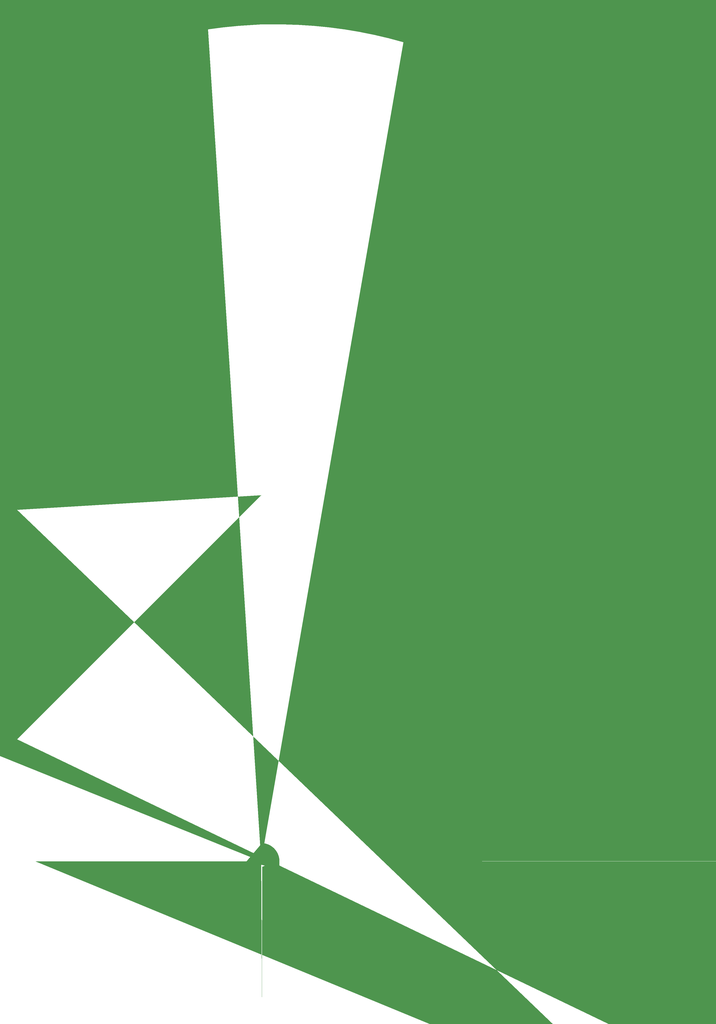
<source format=gbr>
%TF.GenerationSoftware,KiCad,Pcbnew,9.0.5*%
%TF.CreationDate,2025-10-30T22:10:56+01:00*%
%TF.ProjectId,bms_18650,626d735f-3138-4363-9530-2e6b69636164,rev?*%
%TF.SameCoordinates,Original*%
%TF.FileFunction,Paste,Bot*%
%TF.FilePolarity,Positive*%
%FSLAX46Y46*%
G04 Gerber Fmt 4.6, Leading zero omitted, Abs format (unit mm)*
G04 Created by KiCad (PCBNEW 9.0.5) date 2025-10-30 22:10:56*
%MOMM*%
%LPD*%
G01*
G04 APERTURE LIST*
G04 Aperture macros list*
%AMFreePoly0*
4,1,107,0.168180,2.244211,0.302092,2.230136,0.434923,2.208078,0.566197,2.178115,0.695444,2.140356,0.822201,2.094935,0.946015,2.042014,1.066443,1.981783,1.183053,1.914458,1.295428,1.840280,1.403166,1.759514,1.505881,1.672450,1.603205,1.579399,1.694790,1.480693,1.780308,1.376688,1.859453,1.267754,1.931942,1.154282,1.997515,1.036677,2.055937,0.915362,2.107000,0.790770,
2.150520,0.663348,2.186342,0.533550,2.214337,0.401843,2.234405,0.268697,2.246475,0.134589,2.250504,0.000000,2.246475,-0.134589,2.234405,-0.268697,2.214337,-0.401843,2.186342,-0.533550,2.150520,-0.663348,2.107000,-0.790770,2.055937,-0.915362,1.997515,-1.036677,1.931942,-1.154282,1.859453,-1.267754,1.780308,-1.376688,1.694790,-1.480693,1.603205,-1.579399,1.505881,-1.672450,
1.403166,-1.759514,1.295428,-1.840280,1.183053,-1.914458,1.066443,-1.981783,0.946015,-2.042014,0.822201,-2.094935,0.695444,-2.140356,0.566197,-2.178115,0.434923,-2.208078,0.302092,-2.230136,0.168180,-2.244211,0.033666,-2.250252,-0.100968,-2.248237,-0.235242,-2.238175,-0.368673,-2.220101,-0.500784,-2.194079,-0.631103,-2.160203,-0.759162,-2.118594,-0.884504,-2.069400,-1.006680,-2.012799,
-1.125252,-1.948993,-1.239796,-1.878210,-1.349901,-1.800703,-1.455175,-1.716751,-1.555239,-1.626652,-1.649736,-1.530731,-1.738327,-1.429330,-1.820696,-1.322813,-1.896546,-1.211560,-1.965608,-1.095970,-2.027634,-0.976457,-2.082401,-0.853448,-2.129713,-0.727384,-2.169402,-0.598717,-2.201325,-0.467906,-2.225367,-0.335420,-2.241444,-0.201734,-2.249496,-0.067325,-2.250000,0.000000,-2.249496,0.067325,
-2.241444,0.201734,-2.225367,0.335420,-2.201325,0.467906,-2.169402,0.598717,-2.129713,0.727384,-2.082401,0.853448,-2.027634,0.976457,-1.965608,1.095970,-1.896546,1.211560,-1.820696,1.322813,-1.738327,1.429330,-1.649736,1.530731,-1.555239,1.626652,-1.455175,1.716751,-1.349901,1.800703,-1.239796,1.878210,-1.125252,1.948993,-1.006680,2.012799,-0.884504,2.069400,-0.759162,2.118594,
-0.631103,2.160203,-0.500784,2.194079,-0.368673,2.220101,-0.235242,2.238175,-0.100968,2.248237,0.033666,2.250252,0.168180,2.244211,0.168180,2.244211,$1*%
%AMFreePoly1*
4,1,343,6.368032,7.491467,6.612949,7.475415,6.857210,7.451357,7.100552,7.419320,7.342716,7.379339,7.583443,7.331455,7.822473,7.275721,8.059552,7.212196,8.294426,7.140948,8.526843,7.062053,8.756554,6.975596,8.983313,6.881669,9.206878,6.780374,9.427008,6.671817,9.643469,6.556116,9.856029,6.433395,10.064459,6.303785,10.268537,6.167424,10.468044,6.024460,10.662766,5.875044,
10.852496,5.719337,11.037029,5.557505,11.216169,5.389723,11.389723,5.216169,11.557505,5.037029,11.719337,4.852496,11.875044,4.662766,12.024460,4.468044,12.167424,4.268537,12.303785,4.064459,12.433395,3.856029,12.556116,3.643469,12.671817,3.427008,12.780374,3.206878,12.881669,2.983313,12.975596,2.756554,13.062053,2.526843,13.140948,2.294426,13.212196,2.059552,13.275721,1.822473,
13.331455,1.583443,13.379339,1.342716,13.419320,1.100552,13.451357,0.857210,13.475415,0.612949,13.491467,0.368032,13.499498,0.122721,13.500000,0.000000,13.500412,0.000000,13.499910,-0.122721,13.491879,-0.368032,13.475827,-0.612949,13.451769,-0.857210,13.419732,-1.100552,13.379751,-1.342716,13.331867,-1.583443,13.276133,-1.822473,13.212608,-2.059552,13.141360,-2.294426,13.062465,-2.526843,
12.976008,-2.756554,12.882081,-2.983313,12.780786,-3.206878,12.672229,-3.427008,12.556528,-3.643469,12.433807,-3.856029,12.304197,-4.064459,12.167836,-4.268537,12.024872,-4.468044,11.875456,-4.662766,11.719749,-4.852496,11.557917,-5.037029,11.390135,-5.216169,11.216581,-5.389723,11.037441,-5.557505,10.852908,-5.719337,10.663178,-5.875044,10.468456,-6.024460,10.268949,-6.167424,10.064871,-6.303785,
9.856441,-6.433395,9.643881,-6.556116,9.427420,-6.671817,9.207290,-6.780374,8.983725,-6.881669,8.756966,-6.975596,8.527255,-7.062053,8.294838,-7.140948,8.059964,-7.212196,7.822885,-7.275721,7.583855,-7.331455,7.343128,-7.379339,7.100964,-7.419320,6.857622,-7.451357,6.613361,-7.475415,6.368444,-7.491467,6.123133,-7.499498,5.877691,-7.499498,5.632380,-7.491467,5.387463,-7.475415,
5.143202,-7.451357,4.899860,-7.419320,4.657696,-7.379339,4.416969,-7.331455,4.177939,-7.275721,3.940860,-7.212196,3.705986,-7.140948,3.473569,-7.062053,3.243858,-6.975596,3.017099,-6.881669,2.793534,-6.780374,2.573404,-6.671817,2.356943,-6.556116,2.144383,-6.433395,1.935953,-6.303785,1.731875,-6.167424,1.532368,-6.024460,1.337646,-5.875044,1.147916,-5.719337,0.963383,-5.557505,
0.784243,-5.389723,0.610689,-5.216169,0.442907,-5.037029,0.281075,-4.852496,0.125368,-4.662766,-0.024048,-4.468044,-0.167012,-4.268537,-0.303373,-4.064459,-0.432983,-3.856029,-0.555704,-3.643469,-0.671405,-3.427008,-0.779962,-3.206878,-0.881257,-2.983313,-0.975184,-2.756554,-1.061641,-2.526843,-1.140536,-2.294426,-1.211784,-2.059552,-1.275309,-1.822473,-1.331043,-1.583443,-1.378927,-1.342716,
-1.418908,-1.100552,-1.450945,-0.857210,-1.475003,-0.612949,-1.491055,-0.368032,-1.499086,-0.122721,-1.499588,0.000000,2.000000,0.000000,2.000412,0.000000,2.000916,-0.089764,2.008970,-0.269110,2.025063,-0.447914,2.049161,-0.625817,2.081217,-0.802459,2.121166,-0.977485,2.168927,-1.150542,2.224403,-1.321283,2.287485,-1.489362,2.358043,-1.654442,2.435937,-1.816191,2.521010,-1.974281,
2.613089,-2.128396,2.711990,-2.278225,2.817513,-2.423465,2.929447,-2.563825,3.047564,-2.699022,3.171629,-2.828783,3.301390,-2.952848,3.436587,-3.070965,3.576947,-3.182899,3.722187,-3.288422,3.872016,-3.387323,4.026131,-3.479402,4.184221,-3.564475,4.345970,-3.642369,4.511050,-3.712927,4.679129,-3.776009,4.849870,-3.831485,5.022927,-3.879246,5.197953,-3.919195,5.374595,-3.951251,
5.552498,-3.975349,5.731302,-3.991442,5.910648,-3.999496,6.090176,-3.999496,6.269522,-3.991442,6.448326,-3.975349,6.626229,-3.951251,6.802871,-3.919195,6.977897,-3.879246,7.150954,-3.831485,7.321695,-3.776009,7.489774,-3.712927,7.654854,-3.642369,7.816603,-3.564475,7.974693,-3.479402,8.128808,-3.387323,8.278637,-3.288422,8.423877,-3.182899,8.564237,-3.070965,8.699434,-2.952848,
8.829195,-2.828783,8.953260,-2.699022,9.071377,-2.563825,9.183311,-2.423465,9.288834,-2.278225,9.387735,-2.128396,9.479814,-1.974281,9.564887,-1.816191,9.642781,-1.654442,9.713339,-1.489362,9.776421,-1.321283,9.831897,-1.150542,9.879658,-0.977485,9.919607,-0.802459,9.951663,-0.625817,9.975761,-0.447914,9.991854,-0.269110,9.999908,-0.089764,10.000412,0.000000,10.000000,0.000000,
9.999496,0.089764,9.991442,0.269110,9.975349,0.447914,9.951251,0.625817,9.919195,0.802459,9.879246,0.977485,9.831485,1.150542,9.776009,1.321283,9.712927,1.489362,9.642369,1.654442,9.564475,1.816191,9.479402,1.974281,9.387323,2.128396,9.288422,2.278225,9.182899,2.423465,9.070965,2.563825,8.952848,2.699022,8.828783,2.828783,8.699022,2.952848,8.563825,3.070965,
8.423465,3.182899,8.278225,3.288422,8.128396,3.387323,7.974281,3.479402,7.816191,3.564475,7.654442,3.642369,7.489362,3.712927,7.321283,3.776009,7.150542,3.831485,6.977485,3.879246,6.802459,3.919195,6.625817,3.951251,6.447914,3.975349,6.269110,3.991442,6.089764,3.999496,5.910236,3.999496,5.730890,3.991442,5.552086,3.975349,5.374183,3.951251,5.197541,3.919195,
5.022515,3.879246,4.849458,3.831485,4.678717,3.776009,4.510638,3.712927,4.345558,3.642369,4.183809,3.564475,4.025719,3.479402,3.871604,3.387323,3.721775,3.288422,3.576535,3.182899,3.436175,3.070965,3.300978,2.952848,3.171217,2.828783,3.047152,2.699022,2.929035,2.563825,2.817101,2.423465,2.711578,2.278225,2.612677,2.128396,2.520598,1.974281,2.435525,1.816191,
2.357631,1.654442,2.287073,1.489362,2.223991,1.321283,2.168515,1.150542,2.120754,0.977485,2.080805,0.802459,2.048749,0.625817,2.024651,0.447914,2.008558,0.269110,2.000504,0.089764,2.000000,0.000000,-1.499588,0.000000,-1.500000,0.000000,-1.499498,0.122721,-1.491467,0.368032,-1.475415,0.612949,-1.451357,0.857210,-1.419320,1.100552,-1.379339,1.342716,-1.331455,1.583443,
-1.275721,1.822473,-1.212196,2.059552,-1.140948,2.294426,-1.062053,2.526843,-0.975596,2.756554,-0.881669,2.983313,-0.780374,3.206878,-0.671817,3.427008,-0.556116,3.643469,-0.433395,3.856029,-0.303785,4.064459,-0.167424,4.268537,-0.024460,4.468044,0.124956,4.662766,0.280663,4.852496,0.442495,5.037029,0.610277,5.216169,0.783831,5.389723,0.962971,5.557505,1.147504,5.719337,
1.337234,5.875044,1.531956,6.024460,1.731463,6.167424,1.935541,6.303785,2.143971,6.433395,2.356531,6.556116,2.572992,6.671817,2.793122,6.780374,3.016687,6.881669,3.243446,6.975596,3.473157,7.062053,3.705574,7.140948,3.940448,7.212196,4.177527,7.275721,4.416557,7.331455,4.657284,7.379339,4.899448,7.419320,5.142790,7.451357,5.387051,7.475415,5.631968,7.491467,
5.877279,7.499498,6.122721,7.499498,6.368032,7.491467,6.368032,7.491467,$1*%
G04 Aperture macros list end*
%ADD10FreePoly0,0.000000*%
%ADD11FreePoly1,0.000000*%
G04 APERTURE END LIST*
D10*
%TO.C,J1*%
X150000000Y-100000000D03*
D11*
X144000000Y-100000000D03*
%TD*%
M02*

</source>
